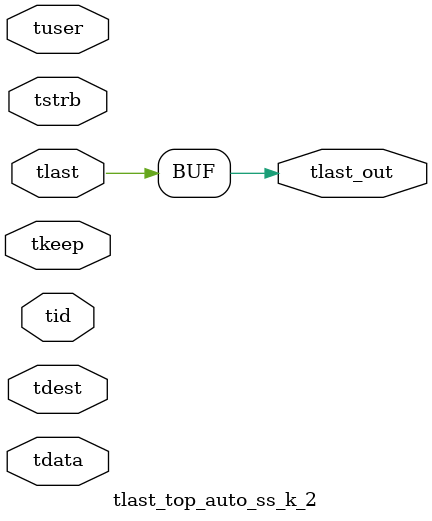
<source format=v>


`timescale 1ps/1ps

module tlast_top_auto_ss_k_2 #
(
parameter C_S_AXIS_TID_WIDTH   = 1,
parameter C_S_AXIS_TUSER_WIDTH = 0,
parameter C_S_AXIS_TDATA_WIDTH = 0,
parameter C_S_AXIS_TDEST_WIDTH = 0
)
(
input  [(C_S_AXIS_TID_WIDTH   == 0 ? 1 : C_S_AXIS_TID_WIDTH)-1:0       ] tid,
input  [(C_S_AXIS_TDATA_WIDTH == 0 ? 1 : C_S_AXIS_TDATA_WIDTH)-1:0     ] tdata,
input  [(C_S_AXIS_TUSER_WIDTH == 0 ? 1 : C_S_AXIS_TUSER_WIDTH)-1:0     ] tuser,
input  [(C_S_AXIS_TDEST_WIDTH == 0 ? 1 : C_S_AXIS_TDEST_WIDTH)-1:0     ] tdest,
input  [(C_S_AXIS_TDATA_WIDTH/8)-1:0 ] tkeep,
input  [(C_S_AXIS_TDATA_WIDTH/8)-1:0 ] tstrb,
input  [0:0]                                                             tlast,
output                                                                   tlast_out
);

assign tlast_out = {tlast[0]};

endmodule


</source>
